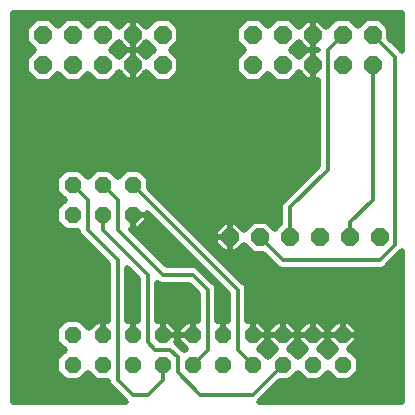
<source format=gbl>
G75*
%MOIN*%
%OFA0B0*%
%FSLAX25Y25*%
%IPPOS*%
%LPD*%
%AMOC8*
5,1,8,0,0,1.08239X$1,22.5*
%
%ADD10OC8,0.05600*%
%ADD11OC8,0.06000*%
%ADD12C,0.01200*%
%ADD13C,0.02000*%
D10*
X0037000Y0027000D03*
X0037000Y0037000D03*
X0047000Y0037000D03*
X0047000Y0027000D03*
X0057000Y0027000D03*
X0057000Y0037000D03*
X0067000Y0037000D03*
X0067000Y0027000D03*
X0077000Y0027000D03*
X0077000Y0037000D03*
X0087000Y0037000D03*
X0087000Y0027000D03*
X0097000Y0027000D03*
X0097000Y0037000D03*
X0107000Y0037000D03*
X0107000Y0027000D03*
X0117000Y0027000D03*
X0117000Y0037000D03*
X0127000Y0037000D03*
X0127000Y0027000D03*
X0057000Y0077000D03*
X0057000Y0087000D03*
X0047000Y0087000D03*
X0047000Y0077000D03*
X0037000Y0077000D03*
X0037000Y0087000D03*
D11*
X0037000Y0127000D03*
X0037000Y0137000D03*
X0027000Y0137000D03*
X0027000Y0127000D03*
X0047000Y0127000D03*
X0047000Y0137000D03*
X0057000Y0137000D03*
X0057000Y0127000D03*
X0067000Y0127000D03*
X0067000Y0137000D03*
X0097000Y0137000D03*
X0097000Y0127000D03*
X0107000Y0127000D03*
X0107000Y0137000D03*
X0117000Y0137000D03*
X0117000Y0127000D03*
X0127000Y0127000D03*
X0127000Y0137000D03*
X0137000Y0137000D03*
X0137000Y0127000D03*
X0139500Y0069500D03*
X0129500Y0069500D03*
X0119500Y0069500D03*
X0109500Y0069500D03*
X0099500Y0069500D03*
X0089500Y0069500D03*
D12*
X0099500Y0069500D02*
X0107000Y0062000D01*
X0139500Y0062000D01*
X0144500Y0067000D01*
X0144500Y0129500D01*
X0137000Y0137000D01*
X0137000Y0127000D02*
X0137000Y0082000D01*
X0129500Y0074500D01*
X0129500Y0069500D01*
X0109500Y0069500D02*
X0109500Y0079500D01*
X0122000Y0092000D01*
X0122000Y0132000D01*
X0127000Y0137000D01*
X0057000Y0087000D02*
X0092000Y0052000D01*
X0092000Y0032000D01*
X0097000Y0027000D01*
X0097000Y0017000D02*
X0079500Y0017000D01*
X0072000Y0024500D01*
X0072000Y0027000D01*
X0072000Y0029500D01*
X0069500Y0032000D01*
X0064500Y0032000D01*
X0062000Y0034500D01*
X0062000Y0057000D01*
X0047000Y0072000D01*
X0047000Y0077000D01*
X0042000Y0072000D02*
X0042000Y0082000D01*
X0037000Y0087000D01*
X0047000Y0087000D02*
X0052000Y0082000D01*
X0052000Y0072000D01*
X0067000Y0057000D01*
X0077000Y0057000D01*
X0082000Y0052000D01*
X0082000Y0037000D01*
X0082000Y0032000D01*
X0077000Y0027000D01*
X0067000Y0027000D02*
X0067000Y0022000D01*
X0062000Y0017000D01*
X0057000Y0017000D01*
X0052000Y0022000D01*
X0052000Y0062000D01*
X0042000Y0072000D01*
X0097000Y0017000D02*
X0107000Y0027000D01*
D13*
X0017100Y0014600D02*
X0017100Y0144400D01*
X0146900Y0144400D01*
X0146900Y0131625D01*
X0146313Y0132213D01*
X0142600Y0135925D01*
X0142600Y0139320D01*
X0139320Y0142600D01*
X0134680Y0142600D01*
X0132000Y0139920D01*
X0129320Y0142600D01*
X0124680Y0142600D01*
X0121576Y0139495D01*
X0119071Y0142000D01*
X0117000Y0142000D01*
X0117000Y0137000D01*
X0117000Y0137000D01*
X0117000Y0132000D01*
X0117000Y0127000D01*
X0117000Y0127000D01*
X0117000Y0132000D01*
X0118800Y0132000D01*
X0118800Y0132000D01*
X0117000Y0132000D01*
X0114929Y0132000D01*
X0112424Y0129495D01*
X0109920Y0132000D01*
X0112424Y0134505D01*
X0114929Y0132000D01*
X0117000Y0132000D01*
X0117000Y0137000D01*
X0117000Y0137000D01*
X0117000Y0142000D01*
X0114929Y0142000D01*
X0112424Y0139495D01*
X0109320Y0142600D01*
X0104680Y0142600D01*
X0102000Y0139920D01*
X0099320Y0142600D01*
X0094680Y0142600D01*
X0091400Y0139320D01*
X0091400Y0134680D01*
X0094080Y0132000D01*
X0091400Y0129320D01*
X0091400Y0124680D01*
X0094680Y0121400D01*
X0099320Y0121400D01*
X0102000Y0124080D01*
X0104680Y0121400D01*
X0109320Y0121400D01*
X0112424Y0124505D01*
X0114929Y0122000D01*
X0117000Y0122000D01*
X0118800Y0122000D01*
X0118800Y0093325D01*
X0107687Y0082213D01*
X0106787Y0081313D01*
X0106300Y0080137D01*
X0106300Y0074220D01*
X0104500Y0072420D01*
X0101820Y0075100D01*
X0097180Y0075100D01*
X0094076Y0071995D01*
X0091571Y0074500D01*
X0089500Y0074500D01*
X0089500Y0069500D01*
X0089500Y0069500D01*
X0089500Y0064500D01*
X0091571Y0064500D01*
X0094076Y0067005D01*
X0097180Y0063900D01*
X0100575Y0063900D01*
X0104287Y0060187D01*
X0105187Y0059287D01*
X0106363Y0058800D01*
X0140137Y0058800D01*
X0141313Y0059287D01*
X0142213Y0060187D01*
X0146900Y0064875D01*
X0146900Y0014600D01*
X0099125Y0014600D01*
X0099713Y0015187D01*
X0099713Y0015187D01*
X0106125Y0021600D01*
X0109237Y0021600D01*
X0112000Y0024363D01*
X0114763Y0021600D01*
X0119237Y0021600D01*
X0122000Y0024363D01*
X0124763Y0021600D01*
X0129237Y0021600D01*
X0132400Y0024763D01*
X0132400Y0029237D01*
X0129237Y0032400D01*
X0129188Y0032400D01*
X0131800Y0035012D01*
X0131800Y0037000D01*
X0131800Y0038988D01*
X0128988Y0041800D01*
X0127000Y0041800D01*
X0127000Y0037000D01*
X0127000Y0037000D01*
X0131800Y0037000D01*
X0127000Y0037000D01*
X0127000Y0037000D01*
X0127000Y0037000D01*
X0122200Y0037000D01*
X0122200Y0038988D01*
X0125012Y0041800D01*
X0127000Y0041800D01*
X0127000Y0037000D01*
X0122200Y0037000D01*
X0122200Y0035012D01*
X0124812Y0032400D01*
X0124763Y0032400D01*
X0122000Y0029637D01*
X0119237Y0032400D01*
X0119188Y0032400D01*
X0121800Y0035012D01*
X0121800Y0037000D01*
X0121800Y0038988D01*
X0118988Y0041800D01*
X0117000Y0041800D01*
X0117000Y0037000D01*
X0117000Y0037000D01*
X0121800Y0037000D01*
X0117000Y0037000D01*
X0117000Y0037000D01*
X0117000Y0037000D01*
X0112200Y0037000D01*
X0112200Y0038988D01*
X0115012Y0041800D01*
X0117000Y0041800D01*
X0117000Y0037000D01*
X0112200Y0037000D01*
X0112200Y0035012D01*
X0114812Y0032400D01*
X0114763Y0032400D01*
X0112000Y0029637D01*
X0109237Y0032400D01*
X0109188Y0032400D01*
X0111800Y0035012D01*
X0111800Y0037000D01*
X0111800Y0038988D01*
X0108988Y0041800D01*
X0107000Y0041800D01*
X0107000Y0037000D01*
X0107000Y0037000D01*
X0111800Y0037000D01*
X0107000Y0037000D01*
X0107000Y0037000D01*
X0107000Y0037000D01*
X0102200Y0037000D01*
X0102200Y0038988D01*
X0105012Y0041800D01*
X0107000Y0041800D01*
X0107000Y0037000D01*
X0102200Y0037000D01*
X0102200Y0035012D01*
X0104812Y0032400D01*
X0104763Y0032400D01*
X0102000Y0029637D01*
X0099237Y0032400D01*
X0099188Y0032400D01*
X0101800Y0035012D01*
X0101800Y0037000D01*
X0101800Y0038988D01*
X0098988Y0041800D01*
X0097000Y0041800D01*
X0097000Y0037000D01*
X0097000Y0037000D01*
X0101800Y0037000D01*
X0097000Y0037000D01*
X0097000Y0037000D01*
X0097000Y0041800D01*
X0095200Y0041800D01*
X0095200Y0052637D01*
X0094713Y0053813D01*
X0093813Y0054713D01*
X0062400Y0086125D01*
X0062400Y0089237D01*
X0059237Y0092400D01*
X0054763Y0092400D01*
X0052000Y0089637D01*
X0049237Y0092400D01*
X0044763Y0092400D01*
X0042000Y0089637D01*
X0039237Y0092400D01*
X0034763Y0092400D01*
X0031600Y0089237D01*
X0031600Y0084763D01*
X0034363Y0082000D01*
X0031600Y0079237D01*
X0031600Y0074763D01*
X0034763Y0071600D01*
X0038800Y0071600D01*
X0038800Y0071363D01*
X0039287Y0070187D01*
X0040187Y0069287D01*
X0048800Y0060675D01*
X0048800Y0041800D01*
X0047000Y0041800D01*
X0047000Y0037000D01*
X0047000Y0037000D01*
X0047000Y0041800D01*
X0045012Y0041800D01*
X0042400Y0039188D01*
X0042400Y0039237D01*
X0039237Y0042400D01*
X0034763Y0042400D01*
X0031600Y0039237D01*
X0031600Y0034763D01*
X0034363Y0032000D01*
X0031600Y0029237D01*
X0031600Y0024763D01*
X0034763Y0021600D01*
X0039237Y0021600D01*
X0042000Y0024363D01*
X0044763Y0021600D01*
X0048800Y0021600D01*
X0048800Y0021363D01*
X0049287Y0020187D01*
X0050187Y0019287D01*
X0054875Y0014600D01*
X0017100Y0014600D01*
X0017100Y0015997D02*
X0053477Y0015997D01*
X0051479Y0017996D02*
X0017100Y0017996D01*
X0017100Y0019994D02*
X0049480Y0019994D01*
X0044371Y0021993D02*
X0039629Y0021993D01*
X0041628Y0023991D02*
X0042372Y0023991D01*
X0034371Y0021993D02*
X0017100Y0021993D01*
X0017100Y0023991D02*
X0032372Y0023991D01*
X0031600Y0025990D02*
X0017100Y0025990D01*
X0017100Y0027988D02*
X0031600Y0027988D01*
X0032350Y0029987D02*
X0017100Y0029987D01*
X0017100Y0031985D02*
X0034348Y0031985D01*
X0032380Y0033984D02*
X0017100Y0033984D01*
X0017100Y0035982D02*
X0031600Y0035982D01*
X0031600Y0037981D02*
X0017100Y0037981D01*
X0017100Y0039979D02*
X0032342Y0039979D01*
X0034341Y0041978D02*
X0017100Y0041978D01*
X0017100Y0043976D02*
X0048800Y0043976D01*
X0048800Y0041978D02*
X0039659Y0041978D01*
X0041658Y0039979D02*
X0043191Y0039979D01*
X0047000Y0039979D02*
X0047000Y0039979D01*
X0047000Y0037981D02*
X0047000Y0037981D01*
X0048800Y0045975D02*
X0017100Y0045975D01*
X0017100Y0047973D02*
X0048800Y0047973D01*
X0048800Y0049972D02*
X0017100Y0049972D01*
X0017100Y0051970D02*
X0048800Y0051970D01*
X0048800Y0053969D02*
X0017100Y0053969D01*
X0017100Y0055967D02*
X0048800Y0055967D01*
X0048800Y0057966D02*
X0017100Y0057966D01*
X0017100Y0059964D02*
X0048800Y0059964D01*
X0047512Y0061963D02*
X0017100Y0061963D01*
X0017100Y0063961D02*
X0045513Y0063961D01*
X0043515Y0065960D02*
X0017100Y0065960D01*
X0017100Y0067958D02*
X0041516Y0067958D01*
X0039518Y0069957D02*
X0017100Y0069957D01*
X0017100Y0071955D02*
X0034408Y0071955D01*
X0032409Y0073954D02*
X0017100Y0073954D01*
X0017100Y0075952D02*
X0031600Y0075952D01*
X0031600Y0077951D02*
X0017100Y0077951D01*
X0017100Y0079949D02*
X0032313Y0079949D01*
X0034311Y0081948D02*
X0017100Y0081948D01*
X0017100Y0083946D02*
X0032417Y0083946D01*
X0031600Y0085945D02*
X0017100Y0085945D01*
X0017100Y0087943D02*
X0031600Y0087943D01*
X0032305Y0089942D02*
X0017100Y0089942D01*
X0017100Y0091940D02*
X0034304Y0091940D01*
X0039696Y0091940D02*
X0044304Y0091940D01*
X0042305Y0089942D02*
X0041695Y0089942D01*
X0049696Y0091940D02*
X0054304Y0091940D01*
X0052305Y0089942D02*
X0051695Y0089942D01*
X0059696Y0091940D02*
X0117415Y0091940D01*
X0118800Y0093939D02*
X0017100Y0093939D01*
X0017100Y0095937D02*
X0118800Y0095937D01*
X0118800Y0097936D02*
X0017100Y0097936D01*
X0017100Y0099934D02*
X0118800Y0099934D01*
X0118800Y0101933D02*
X0017100Y0101933D01*
X0017100Y0103932D02*
X0118800Y0103932D01*
X0118800Y0105930D02*
X0017100Y0105930D01*
X0017100Y0107929D02*
X0118800Y0107929D01*
X0118800Y0109927D02*
X0017100Y0109927D01*
X0017100Y0111926D02*
X0118800Y0111926D01*
X0118800Y0113924D02*
X0017100Y0113924D01*
X0017100Y0115923D02*
X0118800Y0115923D01*
X0118800Y0117921D02*
X0017100Y0117921D01*
X0017100Y0119920D02*
X0118800Y0119920D01*
X0118800Y0121918D02*
X0109838Y0121918D01*
X0111836Y0123917D02*
X0113012Y0123917D01*
X0117000Y0123917D02*
X0117000Y0123917D01*
X0117000Y0122000D02*
X0117000Y0127000D01*
X0117000Y0122000D01*
X0117000Y0125915D02*
X0117000Y0125915D01*
X0117000Y0127000D02*
X0117000Y0127000D01*
X0117000Y0127914D02*
X0117000Y0127914D01*
X0117000Y0129912D02*
X0117000Y0129912D01*
X0117000Y0131911D02*
X0117000Y0131911D01*
X0117000Y0133909D02*
X0117000Y0133909D01*
X0117000Y0135908D02*
X0117000Y0135908D01*
X0117000Y0137906D02*
X0117000Y0137906D01*
X0117000Y0139905D02*
X0117000Y0139905D01*
X0117000Y0141903D02*
X0117000Y0141903D01*
X0114832Y0141903D02*
X0110016Y0141903D01*
X0112015Y0139905D02*
X0112834Y0139905D01*
X0113020Y0133909D02*
X0111829Y0133909D01*
X0110009Y0131911D02*
X0114840Y0131911D01*
X0112841Y0129912D02*
X0112007Y0129912D01*
X0104162Y0121918D02*
X0099838Y0121918D01*
X0101836Y0123917D02*
X0102164Y0123917D01*
X0094162Y0121918D02*
X0069838Y0121918D01*
X0069320Y0121400D02*
X0072600Y0124680D01*
X0072600Y0129320D01*
X0069920Y0132000D01*
X0072600Y0134680D01*
X0072600Y0139320D01*
X0069320Y0142600D01*
X0064680Y0142600D01*
X0061576Y0139495D01*
X0059071Y0142000D01*
X0057000Y0142000D01*
X0057000Y0137000D01*
X0057000Y0137000D01*
X0057000Y0142000D01*
X0054929Y0142000D01*
X0052424Y0139495D01*
X0049320Y0142600D01*
X0044680Y0142600D01*
X0042000Y0139920D01*
X0039320Y0142600D01*
X0034680Y0142600D01*
X0032000Y0139920D01*
X0029320Y0142600D01*
X0024680Y0142600D01*
X0021400Y0139320D01*
X0021400Y0134680D01*
X0024080Y0132000D01*
X0021400Y0129320D01*
X0021400Y0124680D01*
X0024680Y0121400D01*
X0029320Y0121400D01*
X0032000Y0124080D01*
X0034680Y0121400D01*
X0039320Y0121400D01*
X0042000Y0124080D01*
X0044680Y0121400D01*
X0049320Y0121400D01*
X0052424Y0124505D01*
X0054929Y0122000D01*
X0057000Y0122000D01*
X0059071Y0122000D01*
X0061576Y0124505D01*
X0064680Y0121400D01*
X0069320Y0121400D01*
X0071836Y0123917D02*
X0092164Y0123917D01*
X0091400Y0125915D02*
X0072600Y0125915D01*
X0072600Y0127914D02*
X0091400Y0127914D01*
X0091993Y0129912D02*
X0072007Y0129912D01*
X0070009Y0131911D02*
X0093991Y0131911D01*
X0092171Y0133909D02*
X0071829Y0133909D01*
X0072600Y0135908D02*
X0091400Y0135908D01*
X0091400Y0137906D02*
X0072600Y0137906D01*
X0072015Y0139905D02*
X0091985Y0139905D01*
X0093984Y0141903D02*
X0070016Y0141903D01*
X0063984Y0141903D02*
X0059168Y0141903D01*
X0061166Y0139905D02*
X0061985Y0139905D01*
X0057000Y0139905D02*
X0057000Y0139905D01*
X0057000Y0141903D02*
X0057000Y0141903D01*
X0054832Y0141903D02*
X0050016Y0141903D01*
X0052015Y0139905D02*
X0052834Y0139905D01*
X0057000Y0137906D02*
X0057000Y0137906D01*
X0057000Y0137000D02*
X0057000Y0132000D01*
X0057000Y0127000D01*
X0057000Y0127000D01*
X0057000Y0122000D01*
X0057000Y0127000D01*
X0057000Y0127000D01*
X0057000Y0132000D01*
X0059071Y0132000D01*
X0061576Y0129495D01*
X0064080Y0132000D01*
X0061576Y0134505D01*
X0059071Y0132000D01*
X0057000Y0132000D01*
X0054929Y0132000D01*
X0052424Y0129495D01*
X0049920Y0132000D01*
X0052424Y0134505D01*
X0054929Y0132000D01*
X0057000Y0132000D01*
X0057000Y0137000D01*
X0057000Y0137000D01*
X0057000Y0135908D02*
X0057000Y0135908D01*
X0057000Y0133909D02*
X0057000Y0133909D01*
X0057000Y0131911D02*
X0057000Y0131911D01*
X0054840Y0131911D02*
X0050009Y0131911D01*
X0051829Y0133909D02*
X0053020Y0133909D01*
X0052841Y0129912D02*
X0052007Y0129912D01*
X0057000Y0129912D02*
X0057000Y0129912D01*
X0057000Y0127914D02*
X0057000Y0127914D01*
X0057000Y0125915D02*
X0057000Y0125915D01*
X0057000Y0123917D02*
X0057000Y0123917D01*
X0053012Y0123917D02*
X0051836Y0123917D01*
X0049838Y0121918D02*
X0064162Y0121918D01*
X0062164Y0123917D02*
X0060988Y0123917D01*
X0061159Y0129912D02*
X0061993Y0129912D01*
X0063991Y0131911D02*
X0059160Y0131911D01*
X0060980Y0133909D02*
X0062171Y0133909D01*
X0043984Y0141903D02*
X0040016Y0141903D01*
X0033984Y0141903D02*
X0030016Y0141903D01*
X0023984Y0141903D02*
X0017100Y0141903D01*
X0017100Y0139905D02*
X0021985Y0139905D01*
X0021400Y0137906D02*
X0017100Y0137906D01*
X0017100Y0135908D02*
X0021400Y0135908D01*
X0022171Y0133909D02*
X0017100Y0133909D01*
X0017100Y0131911D02*
X0023991Y0131911D01*
X0021993Y0129912D02*
X0017100Y0129912D01*
X0017100Y0127914D02*
X0021400Y0127914D01*
X0021400Y0125915D02*
X0017100Y0125915D01*
X0017100Y0123917D02*
X0022164Y0123917D01*
X0024162Y0121918D02*
X0017100Y0121918D01*
X0029838Y0121918D02*
X0034162Y0121918D01*
X0032164Y0123917D02*
X0031836Y0123917D01*
X0039838Y0121918D02*
X0044162Y0121918D01*
X0042164Y0123917D02*
X0041836Y0123917D01*
X0017100Y0143902D02*
X0146900Y0143902D01*
X0146900Y0141903D02*
X0140016Y0141903D01*
X0142015Y0139905D02*
X0146900Y0139905D01*
X0146900Y0137906D02*
X0142600Y0137906D01*
X0142618Y0135908D02*
X0146900Y0135908D01*
X0146900Y0133909D02*
X0144616Y0133909D01*
X0146615Y0131911D02*
X0146900Y0131911D01*
X0133984Y0141903D02*
X0130016Y0141903D01*
X0123984Y0141903D02*
X0119168Y0141903D01*
X0121166Y0139905D02*
X0121985Y0139905D01*
X0103984Y0141903D02*
X0100016Y0141903D01*
X0115416Y0089942D02*
X0061695Y0089942D01*
X0062400Y0087943D02*
X0113418Y0087943D01*
X0111419Y0085945D02*
X0062581Y0085945D01*
X0064579Y0083946D02*
X0109421Y0083946D01*
X0107422Y0081948D02*
X0066578Y0081948D01*
X0068576Y0079949D02*
X0106300Y0079949D01*
X0106300Y0077951D02*
X0070575Y0077951D01*
X0072573Y0075952D02*
X0106300Y0075952D01*
X0106034Y0073954D02*
X0102966Y0073954D01*
X0096034Y0073954D02*
X0092117Y0073954D01*
X0089500Y0073954D02*
X0089500Y0073954D01*
X0089500Y0074500D02*
X0087429Y0074500D01*
X0084500Y0071571D01*
X0084500Y0069500D01*
X0089500Y0069500D01*
X0089500Y0069500D01*
X0089500Y0069500D01*
X0089500Y0074500D01*
X0089500Y0071955D02*
X0089500Y0071955D01*
X0089500Y0069957D02*
X0089500Y0069957D01*
X0089500Y0069500D02*
X0084500Y0069500D01*
X0084500Y0067429D01*
X0087429Y0064500D01*
X0089500Y0064500D01*
X0089500Y0069500D01*
X0089500Y0067958D02*
X0089500Y0067958D01*
X0089500Y0065960D02*
X0089500Y0065960D01*
X0093031Y0065960D02*
X0095121Y0065960D01*
X0097119Y0063961D02*
X0084564Y0063961D01*
X0086563Y0061963D02*
X0102512Y0061963D01*
X0104287Y0060187D02*
X0104287Y0060187D01*
X0104510Y0059964D02*
X0088561Y0059964D01*
X0090560Y0057966D02*
X0146900Y0057966D01*
X0146900Y0059964D02*
X0141990Y0059964D01*
X0143988Y0061963D02*
X0146900Y0061963D01*
X0146900Y0063961D02*
X0145987Y0063961D01*
X0146900Y0055967D02*
X0092558Y0055967D01*
X0094557Y0053969D02*
X0146900Y0053969D01*
X0146900Y0051970D02*
X0095200Y0051970D01*
X0095200Y0049972D02*
X0146900Y0049972D01*
X0146900Y0047973D02*
X0095200Y0047973D01*
X0095200Y0045975D02*
X0146900Y0045975D01*
X0146900Y0043976D02*
X0095200Y0043976D01*
X0095200Y0041978D02*
X0146900Y0041978D01*
X0146900Y0039979D02*
X0130809Y0039979D01*
X0131800Y0037981D02*
X0146900Y0037981D01*
X0146900Y0035982D02*
X0131800Y0035982D01*
X0130772Y0033984D02*
X0146900Y0033984D01*
X0146900Y0031985D02*
X0129652Y0031985D01*
X0131650Y0029987D02*
X0146900Y0029987D01*
X0146900Y0027988D02*
X0132400Y0027988D01*
X0132400Y0025990D02*
X0146900Y0025990D01*
X0146900Y0023991D02*
X0131628Y0023991D01*
X0129629Y0021993D02*
X0146900Y0021993D01*
X0146900Y0019994D02*
X0104520Y0019994D01*
X0102521Y0017996D02*
X0146900Y0017996D01*
X0146900Y0015997D02*
X0100522Y0015997D01*
X0109629Y0021993D02*
X0114371Y0021993D01*
X0112372Y0023991D02*
X0111628Y0023991D01*
X0111650Y0029987D02*
X0112350Y0029987D01*
X0114348Y0031985D02*
X0109652Y0031985D01*
X0110772Y0033984D02*
X0113228Y0033984D01*
X0112200Y0035982D02*
X0111800Y0035982D01*
X0111800Y0037981D02*
X0112200Y0037981D01*
X0113191Y0039979D02*
X0110809Y0039979D01*
X0107000Y0039979D02*
X0107000Y0039979D01*
X0107000Y0037981D02*
X0107000Y0037981D01*
X0103191Y0039979D02*
X0100809Y0039979D01*
X0101800Y0037981D02*
X0102200Y0037981D01*
X0102200Y0035982D02*
X0101800Y0035982D01*
X0100772Y0033984D02*
X0103228Y0033984D01*
X0104348Y0031985D02*
X0099652Y0031985D01*
X0101650Y0029987D02*
X0102350Y0029987D01*
X0097000Y0037981D02*
X0097000Y0037981D01*
X0097000Y0039979D02*
X0097000Y0039979D01*
X0088800Y0041800D02*
X0087000Y0041800D01*
X0087000Y0037000D01*
X0087000Y0037000D01*
X0087000Y0041800D01*
X0085200Y0041800D01*
X0085200Y0052637D01*
X0084713Y0053813D01*
X0083813Y0054713D01*
X0078813Y0059713D01*
X0077637Y0060200D01*
X0068325Y0060200D01*
X0056325Y0072200D01*
X0057000Y0072200D01*
X0058988Y0072200D01*
X0061800Y0075012D01*
X0061800Y0077000D01*
X0061800Y0077675D01*
X0088800Y0050675D01*
X0088800Y0041800D01*
X0088800Y0041978D02*
X0085200Y0041978D01*
X0085200Y0043976D02*
X0088800Y0043976D01*
X0088800Y0045975D02*
X0085200Y0045975D01*
X0085200Y0047973D02*
X0088800Y0047973D01*
X0088800Y0049972D02*
X0085200Y0049972D01*
X0085200Y0051970D02*
X0087504Y0051970D01*
X0085506Y0053969D02*
X0084557Y0053969D01*
X0083507Y0055967D02*
X0082558Y0055967D01*
X0081509Y0057966D02*
X0080560Y0057966D01*
X0079510Y0059964D02*
X0078206Y0059964D01*
X0077512Y0061963D02*
X0066563Y0061963D01*
X0064564Y0063961D02*
X0075513Y0063961D01*
X0073515Y0065960D02*
X0062566Y0065960D01*
X0060567Y0067958D02*
X0071516Y0067958D01*
X0069518Y0069957D02*
X0058569Y0069957D01*
X0057000Y0072200D02*
X0057000Y0077000D01*
X0061800Y0077000D01*
X0057000Y0077000D01*
X0057000Y0077000D01*
X0057000Y0077000D01*
X0057000Y0072200D01*
X0056570Y0071955D02*
X0067519Y0071955D01*
X0065521Y0073954D02*
X0060742Y0073954D01*
X0061800Y0075952D02*
X0063522Y0075952D01*
X0057000Y0075952D02*
X0057000Y0075952D01*
X0057000Y0073954D02*
X0057000Y0073954D01*
X0055200Y0059275D02*
X0058800Y0055675D01*
X0058800Y0041800D01*
X0057000Y0041800D01*
X0057000Y0037000D01*
X0057000Y0037000D01*
X0057000Y0041800D01*
X0055200Y0041800D01*
X0055200Y0059275D01*
X0055200Y0057966D02*
X0056509Y0057966D01*
X0055200Y0055967D02*
X0058507Y0055967D01*
X0058800Y0053969D02*
X0055200Y0053969D01*
X0055200Y0051970D02*
X0058800Y0051970D01*
X0058800Y0049972D02*
X0055200Y0049972D01*
X0055200Y0047973D02*
X0058800Y0047973D01*
X0058800Y0045975D02*
X0055200Y0045975D01*
X0055200Y0043976D02*
X0058800Y0043976D01*
X0058800Y0041978D02*
X0055200Y0041978D01*
X0057000Y0039979D02*
X0057000Y0039979D01*
X0057000Y0037981D02*
X0057000Y0037981D01*
X0065200Y0041800D02*
X0065200Y0054282D01*
X0066363Y0053800D01*
X0075675Y0053800D01*
X0078800Y0050675D01*
X0078800Y0041800D01*
X0077000Y0041800D01*
X0077000Y0037000D01*
X0077000Y0037000D01*
X0077000Y0037000D01*
X0072200Y0037000D01*
X0072200Y0038988D01*
X0075012Y0041800D01*
X0077000Y0041800D01*
X0077000Y0037000D01*
X0072200Y0037000D01*
X0072200Y0035012D01*
X0074812Y0032400D01*
X0074763Y0032400D01*
X0074194Y0031831D01*
X0071407Y0034619D01*
X0071800Y0035012D01*
X0071800Y0037000D01*
X0071800Y0038988D01*
X0068988Y0041800D01*
X0067000Y0041800D01*
X0067000Y0037000D01*
X0067000Y0037000D01*
X0071800Y0037000D01*
X0067000Y0037000D01*
X0067000Y0037000D01*
X0067000Y0041800D01*
X0065200Y0041800D01*
X0065200Y0041978D02*
X0078800Y0041978D01*
X0078800Y0043976D02*
X0065200Y0043976D01*
X0065200Y0045975D02*
X0078800Y0045975D01*
X0078800Y0047973D02*
X0065200Y0047973D01*
X0065200Y0049972D02*
X0078800Y0049972D01*
X0077504Y0051970D02*
X0065200Y0051970D01*
X0065200Y0053969D02*
X0065956Y0053969D01*
X0067000Y0039979D02*
X0067000Y0039979D01*
X0067000Y0037981D02*
X0067000Y0037981D01*
X0070809Y0039979D02*
X0073191Y0039979D01*
X0072200Y0037981D02*
X0071800Y0037981D01*
X0071800Y0035982D02*
X0072200Y0035982D01*
X0072042Y0033984D02*
X0073228Y0033984D01*
X0074040Y0031985D02*
X0074348Y0031985D01*
X0077000Y0037981D02*
X0077000Y0037981D01*
X0077000Y0039979D02*
X0077000Y0039979D01*
X0087000Y0039979D02*
X0087000Y0039979D01*
X0087000Y0037981D02*
X0087000Y0037981D01*
X0085969Y0065960D02*
X0082566Y0065960D01*
X0084500Y0067958D02*
X0080567Y0067958D01*
X0078569Y0069957D02*
X0084500Y0069957D01*
X0084884Y0071955D02*
X0076570Y0071955D01*
X0074572Y0073954D02*
X0086883Y0073954D01*
X0117000Y0039979D02*
X0117000Y0039979D01*
X0117000Y0037981D02*
X0117000Y0037981D01*
X0120809Y0039979D02*
X0123191Y0039979D01*
X0122200Y0037981D02*
X0121800Y0037981D01*
X0121800Y0035982D02*
X0122200Y0035982D01*
X0123228Y0033984D02*
X0120772Y0033984D01*
X0119652Y0031985D02*
X0124348Y0031985D01*
X0122350Y0029987D02*
X0121650Y0029987D01*
X0121628Y0023991D02*
X0122372Y0023991D01*
X0124371Y0021993D02*
X0119629Y0021993D01*
X0127000Y0037981D02*
X0127000Y0037981D01*
X0127000Y0039979D02*
X0127000Y0039979D01*
M02*

</source>
